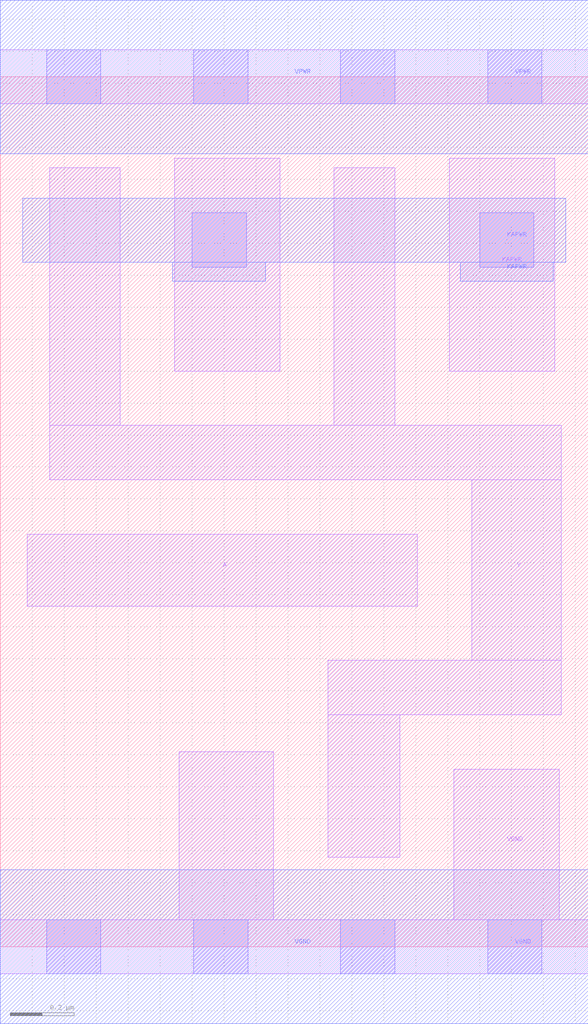
<source format=lef>
# Copyright 2020 The SkyWater PDK Authors
#
# Licensed under the Apache License, Version 2.0 (the "License");
# you may not use this file except in compliance with the License.
# You may obtain a copy of the License at
#
#     https://www.apache.org/licenses/LICENSE-2.0
#
# Unless required by applicable law or agreed to in writing, software
# distributed under the License is distributed on an "AS IS" BASIS,
# WITHOUT WARRANTIES OR CONDITIONS OF ANY KIND, either express or implied.
# See the License for the specific language governing permissions and
# limitations under the License.
#
# SPDX-License-Identifier: Apache-2.0

VERSION 5.7 ;
  NAMESCASESENSITIVE ON ;
  NOWIREEXTENSIONATPIN ON ;
  DIVIDERCHAR "/" ;
  BUSBITCHARS "[]" ;
UNITS
  DATABASE MICRONS 200 ;
END UNITS
MACRO sky130_fd_sc_hd__lpflow_clkinvkapwr_2
  CLASS CORE ;
  SOURCE USER ;
  FOREIGN sky130_fd_sc_hd__lpflow_clkinvkapwr_2 ;
  ORIGIN  0.000000  0.000000 ;
  SIZE  1.840000 BY  2.720000 ;
  SYMMETRY X Y R90 ;
  SITE unithd ;
  PIN A
    ANTENNAGATEAREA  0.576000 ;
    DIRECTION INPUT ;
    USE SIGNAL ;
    PORT
      LAYER li1 ;
        RECT 0.085000 1.065000 1.305000 1.290000 ;
    END
  END A
  PIN Y
    ANTENNADIFFAREA  0.662600 ;
    DIRECTION OUTPUT ;
    USE SIGNAL ;
    PORT
      LAYER li1 ;
        RECT 0.155000 1.460000 1.755000 1.630000 ;
        RECT 0.155000 1.630000 0.375000 2.435000 ;
        RECT 1.025000 0.280000 1.250000 0.725000 ;
        RECT 1.025000 0.725000 1.755000 0.895000 ;
        RECT 1.045000 1.630000 1.235000 2.435000 ;
        RECT 1.475000 0.895000 1.755000 1.460000 ;
    END
  END Y
  PIN KAPWR
    DIRECTION INOUT ;
    SHAPE ABUTMENT ;
    USE POWER ;
    PORT
      LAYER li1 ;
        RECT 0.545000 1.800000 0.875000 2.465000 ;
        RECT 1.405000 1.800000 1.735000 2.465000 ;
      LAYER mcon ;
        RECT 0.600000 2.125000 0.770000 2.295000 ;
        RECT 1.500000 2.125000 1.670000 2.295000 ;
      LAYER met1 ;
        RECT 0.070000 2.140000 1.770000 2.340000 ;
        RECT 0.540000 2.080000 0.830000 2.140000 ;
        RECT 1.440000 2.080000 1.730000 2.140000 ;
    END
  END KAPWR
  PIN VGND
    DIRECTION INOUT ;
    SHAPE ABUTMENT ;
    USE GROUND ;
    PORT
      LAYER li1 ;
        RECT 0.000000 -0.085000 1.840000 0.085000 ;
        RECT 0.560000  0.085000 0.855000 0.610000 ;
        RECT 1.420000  0.085000 1.750000 0.555000 ;
      LAYER mcon ;
        RECT 0.145000 -0.085000 0.315000 0.085000 ;
        RECT 0.605000 -0.085000 0.775000 0.085000 ;
        RECT 1.065000 -0.085000 1.235000 0.085000 ;
        RECT 1.525000 -0.085000 1.695000 0.085000 ;
      LAYER met1 ;
        RECT 0.000000 -0.240000 1.840000 0.240000 ;
    END
  END VGND
  PIN VPWR
    DIRECTION INOUT ;
    SHAPE ABUTMENT ;
    USE POWER ;
    PORT
      LAYER li1 ;
        RECT 0.000000 2.635000 1.840000 2.805000 ;
      LAYER mcon ;
        RECT 0.145000 2.635000 0.315000 2.805000 ;
        RECT 0.605000 2.635000 0.775000 2.805000 ;
        RECT 1.065000 2.635000 1.235000 2.805000 ;
        RECT 1.525000 2.635000 1.695000 2.805000 ;
      LAYER met1 ;
        RECT 0.000000 2.480000 1.840000 2.960000 ;
    END
  END VPWR
END sky130_fd_sc_hd__lpflow_clkinvkapwr_2
END LIBRARY

</source>
